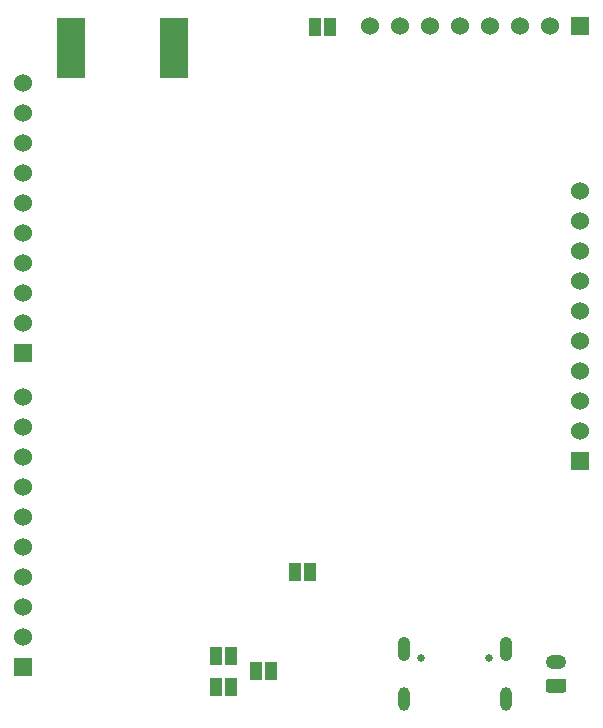
<source format=gbs>
G04 #@! TF.GenerationSoftware,KiCad,Pcbnew,(5.1.10)-1*
G04 #@! TF.CreationDate,2021-10-24T18:30:48+02:00*
G04 #@! TF.ProjectId,rak3172_easeboard,72616b33-3137-4325-9f65-617365626f61,rev?*
G04 #@! TF.SameCoordinates,Original*
G04 #@! TF.FileFunction,Soldermask,Bot*
G04 #@! TF.FilePolarity,Negative*
%FSLAX46Y46*%
G04 Gerber Fmt 4.6, Leading zero omitted, Abs format (unit mm)*
G04 Created by KiCad (PCBNEW (5.1.10)-1) date 2021-10-24 18:30:48*
%MOMM*%
%LPD*%
G01*
G04 APERTURE LIST*
%ADD10C,0.650000*%
%ADD11O,1.050000X2.100000*%
%ADD12O,1.000000X2.000000*%
%ADD13R,1.524000X1.524000*%
%ADD14C,1.524000*%
%ADD15O,1.750000X1.200000*%
%ADD16R,1.000000X1.500000*%
%ADD17R,2.420000X5.080000*%
G04 APERTURE END LIST*
D10*
X151660000Y-127925000D03*
X157440000Y-127925000D03*
D11*
X158870000Y-127245000D03*
X150230000Y-127245000D03*
D12*
X158870000Y-131425000D03*
X150230000Y-131425000D03*
D13*
X118043200Y-128696400D03*
D14*
X118043200Y-126156400D03*
X118043200Y-123616400D03*
X118043200Y-121076400D03*
X118043200Y-118536400D03*
X118043200Y-115996400D03*
X118043200Y-113456400D03*
X118043200Y-105836400D03*
X118043200Y-108376400D03*
X118043200Y-110916400D03*
D13*
X118033800Y-102128000D03*
D14*
X118033800Y-99588000D03*
X118033800Y-97048000D03*
X118033800Y-94508000D03*
X118033800Y-91968000D03*
X118033800Y-89428000D03*
X118033800Y-86888000D03*
X118033800Y-79268000D03*
X118033800Y-81808000D03*
X118033800Y-84348000D03*
D13*
X165120000Y-74498200D03*
D14*
X162580000Y-74498200D03*
X160040000Y-74498200D03*
X157500000Y-74498200D03*
X154960000Y-74498200D03*
X147340000Y-74498200D03*
X149880000Y-74498200D03*
X152420000Y-74498200D03*
D13*
X165134000Y-111257600D03*
D14*
X165134000Y-108717600D03*
X165134000Y-106177600D03*
X165134000Y-103637600D03*
X165134000Y-101097600D03*
X165134000Y-98557600D03*
X165134000Y-96017600D03*
X165134000Y-88397600D03*
X165134000Y-90937600D03*
X165134000Y-93477600D03*
G36*
G01*
X163759001Y-130907600D02*
X162508999Y-130907600D01*
G75*
G02*
X162259000Y-130657601I0J249999D01*
G01*
X162259000Y-129957599D01*
G75*
G02*
X162508999Y-129707600I249999J0D01*
G01*
X163759001Y-129707600D01*
G75*
G02*
X164009000Y-129957599I0J-249999D01*
G01*
X164009000Y-130657601D01*
G75*
G02*
X163759001Y-130907600I-249999J0D01*
G01*
G37*
D15*
X163134000Y-128307600D03*
D16*
X137739600Y-129032000D03*
X139039600Y-129032000D03*
X135651000Y-130429000D03*
X134351000Y-130429000D03*
X135636000Y-127812800D03*
X134336000Y-127812800D03*
X141005800Y-120726200D03*
X142305800Y-120726200D03*
X142692600Y-74523600D03*
X143992600Y-74523600D03*
D17*
X130821200Y-76283400D03*
X122061200Y-76283400D03*
M02*

</source>
